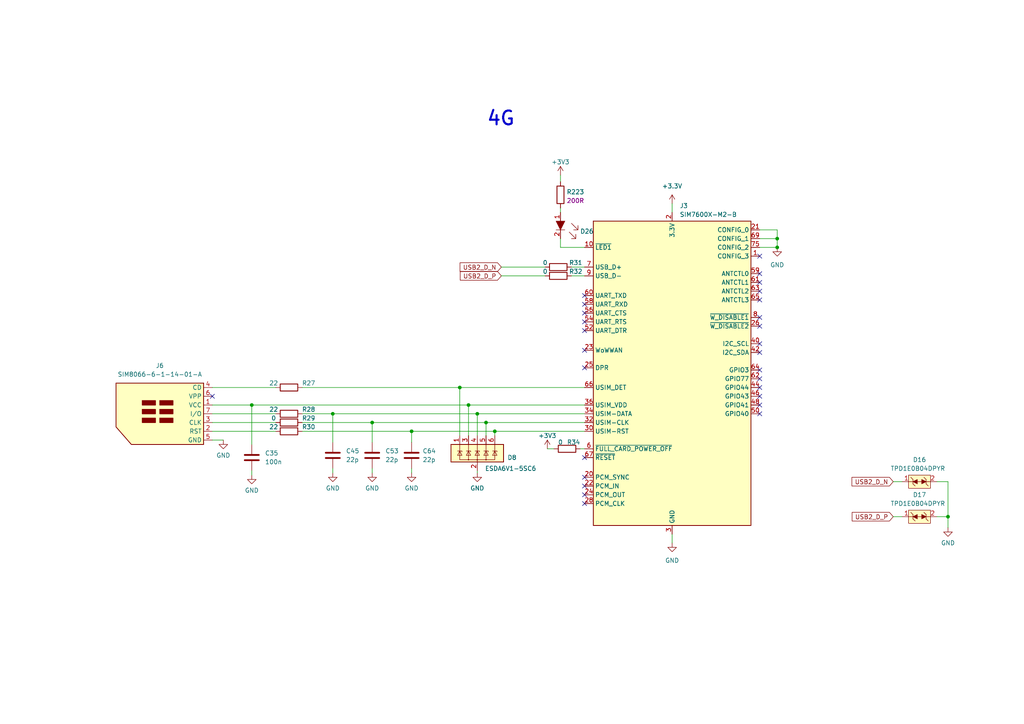
<source format=kicad_sch>
(kicad_sch (version 20230121) (generator eeschema)
  (paper "A4")
  (lib_symbols
    (symbol "Device:C" (pin_numbers hide) (pin_names (offset 0.254))
      (property "Reference" "C" (at 0.635 2.54 0))
      (property "Value" "C" (at 0.635 -2.54 0))
      (symbol "C_0_1"
        (polyline (pts (xy -2.032 -0.762) (xy 2.032 -0.762)) (stroke (width 0.508)))
        (polyline (pts (xy -2.032 0.762) (xy 2.032 0.762)) (stroke (width 0.508)))
      )
      (symbol "C_1_1"
        (pin passive line (at 0 3.81 270) (length 2.794) (name "~") (number "1"))
        (pin passive line (at 0 -3.81 90) (length 2.794) (name "~") (number "2"))
      )
    )
    (symbol "Device:R" (pin_numbers hide) (pin_names (offset 0))
      (property "Reference" "R" (at 2.032 0 90))
      (property "Value" "R" (at 0 0 90))
      (symbol "R_0_1"
        (rectangle (start -1.016 -2.54) (end 1.016 2.54) (stroke (width 0.254)))
      )
      (symbol "R_1_1"
        (pin passive line (at 0 3.81 270) (length 1.27) (name "~") (number "1"))
        (pin passive line (at 0 -3.81 90) (length 1.27) (name "~") (number "2"))
      )
    )
    (symbol "Power_Protection:ESDA6V1-5SC6" (pin_names hide)
      (property "Reference" "D" (at -5.08 -3.81 0))
      (property "Value" "ESDA6V1-5SC6" (at 2.54 -3.81 0))
      (symbol "ESDA6V1-5SC6_0_0"
        (pin passive line (at 0 -5.08 90) (length 2.54) (name "GND") (number "2"))
      )
      (symbol "ESDA6V1-5SC6_0_1"
        (rectangle (start -7.62 2.54) (end 7.62 -2.54) (stroke (width 0.254)) (fill (type background)))
        (circle (center -2.54 -1.905) (radius 0.127))
        (circle (center 0 -1.905) (radius 0.127))
        (polyline (pts (xy -2.54 2.54) (xy -2.54 -1.905)))
        (polyline (pts (xy 0 2.54) (xy 0 -2.54)))
        (polyline (pts (xy 2.54 2.54) (xy 2.54 -1.905)))
        (polyline (pts (xy -5.715 0.635) (xy -4.445 0.635) (xy -4.445 0.381)))
        (polyline (pts (xy -3.175 0.635) (xy -1.905 0.635) (xy -1.905 0.381)))
        (polyline (pts (xy -0.635 0.635) (xy 0.635 0.635) (xy 0.635 0.381)))
        (polyline (pts (xy 1.905 0.635) (xy 3.175 0.635) (xy 3.175 0.381)))
        (polyline (pts (xy 4.445 0.635) (xy 5.715 0.635) (xy 5.715 0.381)))
        (polyline (pts (xy -5.715 -0.635) (xy -4.445 -0.635) (xy -5.08 0.635) (xy -5.715 -0.635)))
        (polyline (pts (xy -5.08 2.54) (xy -5.08 -1.905) (xy 5.08 -1.905) (xy 5.08 2.54)))
        (polyline (pts (xy -3.175 -0.635) (xy -1.905 -0.635) (xy -2.54 0.635) (xy -3.175 -0.635)))
        (polyline (pts (xy -0.635 -0.635) (xy 0.635 -0.635) (xy 0 0.635) (xy -0.635 -0.635)))
        (polyline (pts (xy 1.905 -0.635) (xy 3.175 -0.635) (xy 2.54 0.635) (xy 1.905 -0.635)))
        (polyline (pts (xy 4.445 -0.635) (xy 5.715 -0.635) (xy 5.08 0.635) (xy 4.445 -0.635)))
        (circle (center 2.54 -1.905) (radius 0.127))
      )
      (symbol "ESDA6V1-5SC6_1_1"
        (pin passive line (at -5.08 5.08 270) (length 2.54) (name "IO1") (number "1"))
        (pin passive line (at -2.54 5.08 270) (length 2.54) (name "IO2") (number "3"))
        (pin passive line (at 0 5.08 270) (length 2.54) (name "IO3") (number "4"))
        (pin passive line (at 2.54 5.08 270) (length 2.54) (name "IO4") (number "5"))
        (pin passive line (at 5.08 5.08 270) (length 2.54) (name "IO5") (number "6"))
      )
    )
    (symbol "jetson-orin-baseboard:+3V3" (power) (pin_names (offset 0))
      (property "Value" "+3V3" (at 0 3.556 0))
      (symbol "+3V3_0_1"
        (polyline (pts (xy -0.762 1.27) (xy 0 2.54)))
        (polyline (pts (xy 0 0) (xy 0 2.54)))
        (polyline (pts (xy 0 2.54) (xy 0.762 1.27)))
      )
      (symbol "+3V3_1_1"
        (pin power_in line (at 0 0 90) (length 0) hide (name "+3V3") (number "1"))
      )
    )
    (symbol "jetson-orin-baseboard:LTST-C190GKT" (pin_names (offset 0))
      (property "Reference" "D" (at -6.35 3.81 0))
      (symbol "LTST-C190GKT_0_1"
        (polyline (pts (xy 0 1.27) (xy 0 -1.27)))
        (polyline (pts (xy -2.54 1.27) (xy -2.54 -1.27) (xy 0 0) (xy -2.54 1.27)) (fill (type outline)))
      )
      (symbol "LTST-C190GKT_1_1"
        (polyline (pts (xy -1.27 3.81) (xy -1.905 3.175)))
        (polyline (pts (xy -0.635 5.08) (xy -1.27 5.08)))
        (polyline (pts (xy 0 4.445) (xy 0 3.81)))
        (polyline (pts (xy 1.27 3.175) (xy 0.635 2.54)))
        (polyline (pts (xy 1.905 4.445) (xy 1.27 4.445)))
        (polyline (pts (xy 2.54 3.81) (xy 2.54 3.175)))
        (polyline (pts (xy 1.27 3.175) (xy 2.54 4.445) (xy 1.905 4.445) (xy 2.54 4.445) (xy 2.54 3.81)))
        (polyline (pts (xy 0 5.08) (xy 0 4.445) (xy 0 5.08) (xy -0.635 5.08) (xy 0 5.08) (xy -1.27 3.81)))
        (pin input line (at -5.08 0 0) (length 2.54) (name "~") (number "1"))
        (pin output line (at 2.54 0 180) (length 2.54) (name "~") (number "2"))
      )
    )
    (symbol "jetson-orin-baseboard:R_200R_0402" (pin_names (offset 0))
      (property "Reference" "R" (at -1.397 3.429 0))
      (property "Val" "200R" (at 0 -2.54 0))
      (symbol "R_200R_0402_1_1"
        (rectangle (start 2.54 -1.016) (end -2.54 1.016) (stroke (width 0.254)))
        (pin passive line (at -3.81 0 0) (length 1.27) (name "~") (number "1"))
        (pin passive line (at 3.81 0 180) (length 1.27) (name "~") (number "2"))
      )
    )
    (symbol "jetson-orin-baseboard:SIM7600X-M2-B"
      (property "Reference" "J" (at -22.86 46.99 0))
      (property "Value" "SIM7600X-M2-B" (at 16.51 46.99 0))
      (symbol "SIM7600X-M2-B_0_1"
        (rectangle (start -22.86 45.72) (end 22.86 -42.545) (stroke (width 0.254)) (fill (type background)))
      )
      (symbol "SIM7600X-M2-B_1_1"
        (pin input line (at 25.4 35.56 180) (length 2.54) (name "CONFIG_3") (number "1"))
        (pin bidirectional line (at -25.4 38.1 0) (length 2.54) (name "~{LED1}") (number "10"))
        (pin passive line (at 0 -45.085 90) (length 2.54) hide (name "GND") (number "11"))
        (pin power_in line (at 0 48.26 270) (length 2.54) (name "3.3V") (number "2"))
        (pin output line (at -25.4 -28.575 0) (length 2.54) (name "PCM_SYNC") (number "20"))
        (pin input line (at 25.4 43.18 180) (length 2.54) (name "CONFIG_0") (number "21"))
        (pin input line (at -25.4 -31.115 0) (length 2.54) (name "PCM_IN") (number "22"))
        (pin bidirectional line (at -25.4 8.255 0) (length 2.54) (name "WoWWAN") (number "23"))
        (pin output line (at -25.4 -33.655 0) (length 2.54) (name "PCM_OUT") (number "24"))
        (pin output line (at -25.4 3.175 0) (length 2.54) (name "DPR") (number "25"))
        (pin bidirectional line (at 25.4 15.24 180) (length 2.54) (name "~{W_DISABLE2}") (number "26"))
        (pin passive line (at 0 -45.085 90) (length 2.54) hide (name "GND") (number "27"))
        (pin output line (at -25.4 -36.195 0) (length 2.54) (name "PCM_CLK") (number "28"))
        (pin no_connect line (at 22.86 -41.275 180) (length 2.54) hide (name "NC") (number "29"))
        (pin power_in line (at 0 -45.085 90) (length 2.54) (name "GND") (number "3"))
        (pin input line (at -25.4 -15.24 0) (length 2.54) (name "USIM-RST") (number "30"))
        (pin no_connect line (at 22.86 -38.735 180) (length 2.54) hide (name "NC") (number "31"))
        (pin input line (at -25.4 -12.7 0) (length 2.54) (name "USIM-CLK") (number "32"))
        (pin passive line (at 0 -45.085 90) (length 2.54) hide (name "GND") (number "33"))
        (pin bidirectional line (at -25.4 -10.16 0) (length 2.54) (name "USIM-DATA") (number "34"))
        (pin no_connect line (at 22.86 -36.195 180) (length 2.54) hide (name "NC") (number "35"))
        (pin input line (at -25.4 -7.62 0) (length 2.54) (name "USIM_VDD") (number "36"))
        (pin no_connect line (at 22.86 -33.655 180) (length 2.54) hide (name "NC") (number "37"))
        (pin no_connect line (at 22.86 -13.335 180) (length 2.54) hide (name "NC") (number "38"))
        (pin passive line (at 0 -45.085 90) (length 2.54) hide (name "GND") (number "39"))
        (pin passive line (at 0 48.26 270) (length 2.54) hide (name "3.3V") (number "4"))
        (pin bidirectional line (at 25.4 10.16 180) (length 2.54) (name "I2C_SCL") (number "40"))
        (pin no_connect line (at 22.86 -31.115 180) (length 2.54) hide (name "NC") (number "41"))
        (pin bidirectional line (at 25.4 7.62 180) (length 2.54) (name "I2C_SDA") (number "42"))
        (pin no_connect line (at 22.86 -28.575 180) (length 2.54) hide (name "NC") (number "43"))
        (pin bidirectional line (at 25.4 -2.54 180) (length 2.54) (name "GPIO44") (number "44"))
        (pin passive line (at 0 -45.085 90) (length 2.54) hide (name "GND") (number "45"))
        (pin bidirectional line (at 25.4 -5.08 180) (length 2.54) (name "GPIO43") (number "46"))
        (pin no_connect line (at 22.86 -26.035 180) (length 2.54) hide (name "NC") (number "47"))
        (pin bidirectional line (at 25.4 -7.62 180) (length 2.54) (name "GPIO41") (number "48"))
        (pin no_connect line (at 22.86 -23.495 180) (length 2.54) hide (name "NC") (number "49"))
        (pin passive line (at 0 -45.085 90) (length 2.54) hide (name "GND") (number "5"))
        (pin bidirectional line (at 25.4 -10.16 180) (length 2.54) (name "GPIO40") (number "50"))
        (pin passive line (at 0 -45.085 90) (length 2.54) hide (name "GND") (number "51"))
        (pin input line (at -25.4 13.97 0) (length 2.54) (name "UART_DTR") (number "52"))
        (pin no_connect line (at 22.86 -18.415 180) (length 2.54) hide (name "NC") (number "53"))
        (pin input line (at -25.4 16.51 0) (length 2.54) (name "UART_RTS") (number "54"))
        (pin no_connect line (at 22.86 -15.875 180) (length 2.54) hide (name "NC") (number "55"))
        (pin output line (at -25.4 19.05 0) (length 2.54) (name "UART_CTS") (number "56"))
        (pin passive line (at 0 -45.085 90) (length 2.54) hide (name "GND") (number "57"))
        (pin input line (at -25.4 21.59 0) (length 2.54) (name "UART_RXD") (number "58"))
        (pin output line (at 25.4 30.48 180) (length 2.54) (name "ANTCTL0") (number "59"))
        (pin output line (at -25.4 -20.32 0) (length 2.54) (name "~{FULL_CARD_POWER_OFF}") (number "6"))
        (pin output line (at -25.4 24.13 0) (length 2.54) (name "UART_TXD") (number "60"))
        (pin output line (at 25.4 27.94 180) (length 2.54) (name "ANTCTL1") (number "61"))
        (pin bidirectional line (at 25.4 0 180) (length 2.54) (name "GPIO77") (number "62"))
        (pin output line (at 25.4 25.4 180) (length 2.54) (name "ANTCTL2") (number "63"))
        (pin bidirectional line (at 25.4 2.54 180) (length 2.54) (name "GPIO3") (number "64"))
        (pin output line (at 25.4 22.86 180) (length 2.54) (name "ANTCTL3") (number "65"))
        (pin input line (at -25.4 -2.54 0) (length 2.54) (name "USIM_DET") (number "66"))
        (pin input line (at -25.4 -22.86 0) (length 2.54) (name "~{RESET}") (number "67"))
        (pin no_connect line (at 22.86 -20.955 180) (length 2.54) hide (name "NC") (number "68"))
        (pin input line (at 25.4 40.64 180) (length 2.54) (name "CONFIG_1") (number "69"))
        (pin bidirectional line (at -25.4 32.385 0) (length 2.54) (name "USB_D+") (number "7"))
        (pin passive line (at 0 48.26 270) (length 2.54) hide (name "3.3V") (number "70"))
        (pin passive line (at 0 -45.085 90) (length 2.54) hide (name "GND") (number "71"))
        (pin passive line (at 0 48.26 270) (length 2.54) hide (name "3.3V") (number "72"))
        (pin passive line (at 0 -45.085 90) (length 2.54) hide (name "GND") (number "73"))
        (pin passive line (at 0 48.26 270) (length 2.54) hide (name "3.3V") (number "74"))
        (pin input line (at 25.4 38.1 180) (length 2.54) (name "CONFIG_2") (number "75"))
        (pin output line (at 25.4 17.78 180) (length 2.54) (name "~{W_DISABLE1}") (number "8"))
        (pin bidirectional line (at -25.4 29.845 0) (length 2.54) (name "USB_D-") (number "9"))
      )
    )
    (symbol "jetson-orin-baseboard:SIM_Card_With_Detect"
      (property "Reference" "J" (at -2.54 12.7 0))
      (property "Value" "SIM_Card" (at -1.27 10.16 0))
      (symbol "SIM_Card_With_Detect_0_1"
        (rectangle (start -1.27 -2.54) (end 2.54 -1.27) (stroke (width 0.254)) (fill (type outline)))
        (rectangle (start -1.27 0) (end 2.54 1.27) (stroke (width 0.254)) (fill (type outline)))
        (rectangle (start -1.27 2.54) (end 2.54 3.81) (stroke (width 0.254)) (fill (type outline)))
        (polyline (pts (xy -10.16 8.89) (xy 15.24 8.89) (xy 15.24 -3.81) (xy 10.795 -8.89) (xy -10.16 -8.89) (xy -10.16 8.89)) (stroke (width 0.254)) (fill (type background)))
        (rectangle (start 3.81 -1.27) (end 7.62 -2.54) (stroke (width 0.254)) (fill (type outline)))
        (rectangle (start 3.81 0) (end 7.62 1.27) (stroke (width 0.254)) (fill (type outline)))
        (rectangle (start 3.81 2.54) (end 7.62 3.81) (stroke (width 0.254)) (fill (type outline)))
      )
      (symbol "SIM_Card_With_Detect_1_1"
        (pin power_in line (at -12.7 2.54 0) (length 2.54) (name "VCC") (number "1"))
        (pin input line (at -12.7 -5.08 0) (length 2.54) (name "RST") (number "2"))
        (pin input line (at -12.7 -2.54 0) (length 2.54) (name "CLK") (number "3"))
        (pin bidirectional line (at -12.7 7.62 0) (length 2.54) (name "CD") (number "4"))
        (pin power_in line (at -12.7 -7.62 0) (length 2.54) (name "GND") (number "5"))
        (pin input line (at -12.7 5.08 0) (length 2.54) (name "VPP") (number "6"))
        (pin bidirectional line (at -12.7 0 0) (length 2.54) (name "I/O") (number "7"))
      )
    )
    (symbol "jetson-orin-baseboard:TPD1E0B04DPYR " (pin_names (offset 1.016))
      (property "Reference" "D" (at -5.0292 4.1148 0))
      (property "Value" "TPD1E0B04DPYR " (at 0.0508 -4.2164 0))
      (symbol "TPD1E0B04DPYR _0_1"
        (rectangle (start -3.175 1.905) (end 3.175 -1.905) (fill (type background)))
        (polyline (pts (xy -1.905 -0.635) (xy -1.27 -1.27)))
        (polyline (pts (xy -1.905 0.635) (xy -2.54 1.27)))
        (polyline (pts (xy -1.905 0.635) (xy -1.905 -0.635)))
        (polyline (pts (xy 1.905 -0.635) (xy 2.54 -1.27)))
        (polyline (pts (xy 1.905 0.635) (xy 1.27 1.27)))
        (polyline (pts (xy 1.905 0.635) (xy 1.905 -0.635)))
        (polyline (pts (xy 2.54 0) (xy -2.54 0)))
        (polyline (pts (xy -0.635 -0.635) (xy -0.635 0.635) (xy -1.905 0) (xy -0.635 -0.635)) (fill (type outline)))
        (polyline (pts (xy 0.635 0.635) (xy 0.635 -0.635) (xy 1.905 0) (xy 0.635 0.635)) (fill (type outline)))
      )
      (symbol "TPD1E0B04DPYR _1_1"
        (pin passive line (at -5.08 0 0) (length 2.54) (name "~") (number "1"))
        (pin passive line (at 5.08 0 180) (length 2.54) (name "~") (number "2"))
      )
    )
    (symbol "power:+3.3V" (power) (pin_names (offset 0))
      (property "Value" "+3.3V" (at 0 3.556 0))
      (symbol "+3.3V_0_1"
        (polyline (pts (xy -0.762 1.27) (xy 0 2.54)))
        (polyline (pts (xy 0 0) (xy 0 2.54)))
        (polyline (pts (xy 0 2.54) (xy 0.762 1.27)))
      )
      (symbol "+3.3V_1_1"
        (pin power_in line (at 0 0 90) (length 0) hide (name "+3.3V") (number "1"))
      )
    )
    (symbol "power:GND" (power) (pin_names (offset 0))
      (property "Value" "GND" (at 0 -3.81 0))
      (symbol "GND_0_1"
        (polyline (pts (xy 0 0) (xy 0 -1.27) (xy 1.27 -1.27) (xy 0 -2.54) (xy -1.27 -1.27) (xy 0 -1.27)))
      )
      (symbol "GND_1_1"
        (pin power_in line (at 0 0 270) (length 0) hide (name "GND") (number "1"))
      )
    )
  )
  (junction (at 225.425 71.755))
  (junction (at 225.425 69.215))
  (junction (at 133.35 112.395))
  (junction (at 140.97 122.555))
  (junction (at 138.43 120.015))
  (junction (at 73.025 117.475))
  (junction (at 143.51 125.095))
  (junction (at 274.955 149.86))
  (junction (at 119.38 125.095))
  (junction (at 96.52 120.015))
  (junction (at 135.89 117.475))
  (junction (at 107.95 122.555))
  (no_connect (at 220.345 109.855))
  (no_connect (at 220.345 117.475))
  (no_connect (at 169.545 88.265))
  (no_connect (at 169.545 90.805))
  (no_connect (at 220.345 74.295))
  (no_connect (at 169.545 146.05))
  (no_connect (at 169.545 101.6))
  (no_connect (at 169.545 138.43))
  (no_connect (at 220.345 92.075))
  (no_connect (at 169.545 143.51))
  (no_connect (at 220.345 84.455))
  (no_connect (at 169.545 93.345))
  (no_connect (at 169.545 85.725))
  (no_connect (at 220.345 79.375))
  (no_connect (at 220.345 107.315))
  (no_connect (at 220.345 86.995))
  (no_connect (at 61.595 114.935))
  (no_connect (at 220.345 102.235))
  (no_connect (at 220.345 114.935))
  (no_connect (at 220.345 112.395))
  (no_connect (at 169.545 132.715))
  (no_connect (at 220.345 94.615))
  (no_connect (at 169.545 95.885))
  (no_connect (at 220.345 99.695))
  (no_connect (at 169.545 106.68))
  (no_connect (at 169.545 140.97))
  (no_connect (at 220.345 81.915))
  (no_connect (at 220.345 120.015))
  (wire (pts (xy 87.63 112.395) (xy 133.35 112.395)))
  (wire (pts (xy 259.08 139.7) (xy 261.62 139.7)))
  (wire (pts (xy 96.52 135.89) (xy 96.52 137.16)))
  (wire (pts (xy 220.345 66.675) (xy 225.425 66.675)))
  (wire (pts (xy 73.025 117.475) (xy 73.025 128.905)))
  (wire (pts (xy 135.89 117.475) (xy 169.545 117.475)))
  (wire (pts (xy 271.78 139.7) (xy 274.955 139.7)))
  (wire (pts (xy 143.51 125.095) (xy 143.51 126.365)))
  (wire (pts (xy 145.415 80.01) (xy 158.115 80.01)))
  (wire (pts (xy 194.945 154.94) (xy 194.945 157.48)))
  (wire (pts (xy 119.38 125.095) (xy 143.51 125.095)))
  (wire (pts (xy 61.595 117.475) (xy 73.025 117.475)))
  (wire (pts (xy 61.595 112.395) (xy 80.01 112.395)))
  (wire (pts (xy 140.97 122.555) (xy 140.97 126.365)))
  (wire (pts (xy 61.595 127.635) (xy 64.77 127.635)))
  (wire (pts (xy 145.415 77.47) (xy 158.115 77.47)))
  (wire (pts (xy 61.595 120.015) (xy 80.01 120.015)))
  (wire (pts (xy 73.025 136.525) (xy 73.025 137.795)))
  (wire (pts (xy 107.95 122.555) (xy 107.95 128.27)))
  (wire (pts (xy 162.56 50.8) (xy 162.56 52.705)))
  (wire (pts (xy 138.43 120.015) (xy 138.43 126.365)))
  (wire (pts (xy 162.56 60.325) (xy 162.56 61.595)))
  (wire (pts (xy 133.35 112.395) (xy 169.545 112.395)))
  (wire (pts (xy 73.025 117.475) (xy 135.89 117.475)))
  (wire (pts (xy 87.63 125.095) (xy 119.38 125.095)))
  (wire (pts (xy 165.735 77.47) (xy 169.545 77.47)))
  (wire (pts (xy 61.595 125.095) (xy 80.01 125.095)))
  (wire (pts (xy 274.955 139.7) (xy 274.955 149.86)))
  (wire (pts (xy 143.51 125.095) (xy 169.545 125.095)))
  (wire (pts (xy 165.735 80.01) (xy 169.545 80.01)))
  (wire (pts (xy 140.97 122.555) (xy 169.545 122.555)))
  (wire (pts (xy 162.56 69.215) (xy 162.56 71.755)))
  (wire (pts (xy 133.35 112.395) (xy 133.35 126.365)))
  (wire (pts (xy 158.75 130.175) (xy 160.655 130.175)))
  (wire (pts (xy 107.95 135.89) (xy 107.95 137.16)))
  (wire (pts (xy 220.345 71.755) (xy 225.425 71.755)))
  (wire (pts (xy 61.595 122.555) (xy 80.01 122.555)))
  (wire (pts (xy 162.56 71.755) (xy 169.545 71.755)))
  (wire (pts (xy 220.345 69.215) (xy 225.425 69.215)))
  (wire (pts (xy 168.275 130.175) (xy 169.545 130.175)))
  (wire (pts (xy 96.52 120.015) (xy 96.52 128.27)))
  (wire (pts (xy 87.63 122.555) (xy 107.95 122.555)))
  (wire (pts (xy 138.43 136.525) (xy 138.43 137.16)))
  (wire (pts (xy 274.955 153.035) (xy 274.955 149.86)))
  (wire (pts (xy 119.38 135.89) (xy 119.38 137.16)))
  (wire (pts (xy 107.95 122.555) (xy 140.97 122.555)))
  (wire (pts (xy 259.08 149.86) (xy 261.62 149.86)))
  (wire (pts (xy 96.52 120.015) (xy 138.43 120.015)))
  (wire (pts (xy 225.425 69.215) (xy 225.425 71.755)))
  (wire (pts (xy 138.43 120.015) (xy 169.545 120.015)))
  (wire (pts (xy 225.425 66.675) (xy 225.425 69.215)))
  (wire (pts (xy 119.38 125.095) (xy 119.38 128.27)))
  (wire (pts (xy 274.955 149.86) (xy 271.78 149.86)))
  (wire (pts (xy 135.89 117.475) (xy 135.89 126.365)))
  (wire (pts (xy 87.63 120.015) (xy 96.52 120.015)))
  (wire (pts (xy 194.945 59.055) (xy 194.945 61.595)))
  (text "4G" (at 140.97 36.83 0) (effects (font (size 4 4) (thickness 0.5994) bold) (justify left bottom)))
  (global_label "USB2_D_N" (shape input) (at 145.415 77.47 180) (property "Intersheetrefs" "${INTERSHEET_REFS}" (at 129.54 77.47 0) (effects (font (size 1.1 1.1)) (justify right))))
  (global_label "USB2_D_P" (shape input) (at 259.08 149.86 180) (property "Intersheetrefs" "${INTERSHEET_REFS}" (at 243.205 149.86 0) (effects (font (size 1.1 1.1)) (justify right))))
  (global_label "USB2_D_N" (shape input) (at 259.08 139.7 180) (property "Intersheetrefs" "${INTERSHEET_REFS}" (at 243.205 139.7 0) (effects (font (size 1.1 1.1)) (justify right))))
  (global_label "USB2_D_P" (shape input) (at 145.415 80.01 180) (property "Intersheetrefs" "${INTERSHEET_REFS}" (at 129.54 80.01 0) (effects (font (size 1.1 1.1)) (justify right))))
  (symbol (lib_id "power:GND") (at 73.025 137.795 0) (unit 1)
    (property "Reference" "#PWR055" (effects hide))
    (property "Value" "GND" (at 73.025 142.24 0))
  )
  (symbol (lib_id "power:GND") (at 96.52 137.16 0) (unit 1)
    (property "Reference" "#PWR059" (effects hide))
    (property "Value" "GND" (at 96.52 141.605 0))
  )
  (symbol (lib_id "jetson-orin-baseboard:+3V3") (at 158.75 130.175 0) (unit 1)
    (property "Reference" "#PWR0230" (effects hide))
    (property "Value" "+3V3" (at 158.75 126.365 0))
    (instances (project "jetson-orin-baseboard" (path "" (reference "#PWR0230") (unit 1)) (path "" (reference "#PWR073") (unit 1))))
  )
  (symbol (lib_id "jetson-orin-baseboard:SIM7600X-M2-B") (at 194.945 109.855 0) (unit 1)
    (property "Reference" "J3" (at 197.1391 59.69 0) (effects (justify left)))
    (property "Value" "SIM7600X-M2-B" (at 197.1391 62.23 0) (effects (justify left)))
    (property "Datasheet" "http://read.pudn.com/downloads794/doc/project/3133918/PCIe_M.2_Electromechanical_Spec_Rev1.0_Final_11012013_RS_Clean.pdf#page=154" (effects hide))
  )
  (symbol (lib_id "power:GND") (at 107.95 137.16 0) (unit 1)
    (property "Reference" "#PWR064" (effects hide))
    (property "Value" "GND" (at 107.95 141.605 0))
  )
  (symbol (lib_id "Device:C") (at 96.52 132.08 0) (unit 1)
    (property "Reference" "C45" (at 100.33 130.81 0) (effects (justify left)))
    (property "Value" "22p" (at 100.33 133.35 0) (effects (justify left)))
  )
  (symbol (lib_id "power:GND") (at 119.38 137.16 0) (unit 1)
    (property "Reference" "#PWR067" (effects hide))
    (property "Value" "GND" (at 119.38 141.605 0))
  )
  (symbol (lib_id "power:+3.3V") (at 194.945 59.055 0) (unit 1)
    (property "Reference" "#PWR031" (effects hide))
    (property "Value" "+3.3V" (at 194.945 53.975 0))
  )
  (symbol (lib_id "power:GND") (at 225.425 71.755 0) (unit 1)
    (property "Reference" "#PWR030" (effects hide))
    (property "Value" "GND" (at 225.425 76.835 0))
  )
  (symbol (lib_id "Device:R") (at 83.82 120.015 90) (unit 1)
    (property "Reference" "R28" (at 89.535 118.745 90))
    (property "Value" "22" (at 79.375 118.745 90))
  )
  (symbol (lib_id "Device:R") (at 164.465 130.175 90) (unit 1)
    (property "Reference" "R34" (at 166.37 128.27 90))
    (property "Value" "0" (at 162.56 128.27 90))
  )
  (symbol (lib_id "power:GND") (at 138.43 137.16 0) (unit 1)
    (property "Reference" "#PWR068" (effects hide))
    (property "Value" "GND" (at 138.43 141.605 0))
  )
  (symbol (lib_id "power:GND") (at 194.945 157.48 0) (unit 1)
    (property "Reference" "#PWR029" (effects hide))
    (property "Value" "GND" (at 194.945 162.56 0))
  )
  (symbol (lib_id "jetson-orin-baseboard:LTST-C190GKT") (at 162.56 66.675 270) (unit 1)
    (property "Reference" "D26" (at 168.275 67.1088 90) (effects (justify left)))
    (property "Value" "LTST-C190GKT" (effects hide))
    (property "Footprint" "jetson-orin-baseboard-footprints:LED_0603" (effects hide))
    (property "Datasheet" "https://media.digikey.com/pdf/Data%20Sheets/Lite-On%20PDFs/LTST-C190GKT.pdf" (effects hide))
    (property "MPN" "LTST-C190GKT" (effects hide))
    (property "Manufacturer" "Lite-On Inc." (effects hide))
    (instances (project "jetson-orin-baseboard" (path "" (reference "D26") (unit 1)) (path "" (reference "D6") (unit 1))))
  )
  (symbol (lib_id "Device:C") (at 107.95 132.08 0) (unit 1)
    (property "Reference" "C53" (at 111.76 130.81 0) (effects (justify left)))
    (property "Value" "22p" (at 111.76 133.35 0) (effects (justify left)))
  )
  (symbol (lib_id "Device:R") (at 83.82 122.555 90) (unit 1)
    (property "Reference" "R29" (at 89.535 121.285 90))
    (property "Value" "0" (at 79.375 121.285 90))
  )
  (symbol (lib_id "power:GND") (at 274.955 153.035 0) (unit 1)
    (property "Reference" "#PWR025" (effects hide))
    (property "Value" "GND" (at 274.955 157.48 0))
    (instances (project "jetson-orin-baseboard" (path "" (reference "#PWR025") (unit 1)) (path "" (reference "#PWR072") (unit 1))))
  )
  (symbol (lib_id "jetson-orin-baseboard:+3V3") (at 162.56 50.8 0) (unit 1)
    (property "Reference" "#PWR0230" (effects hide))
    (property "Value" "+3V3" (at 162.56 46.99 0))
    (instances (project "jetson-orin-baseboard" (path "" (reference "#PWR0230") (unit 1)) (path "" (reference "#PWR032") (unit 1))))
  )
  (symbol (lib_id "Device:R") (at 83.82 112.395 90) (unit 1)
    (property "Reference" "R27" (at 89.535 111.125 90))
    (property "Value" "22" (at 79.375 111.125 90))
  )
  (symbol (lib_id "jetson-orin-baseboard:TPD1E0B04DPYR ") (at 266.7 139.7 0) (unit 1)
    (property "Reference" "D16" (at 266.7 133.35 0))
    (property "Value" "TPD1E0B04DPYR " (at 266.7 135.89 0))
    (property "Footprint" "jetson-orin-baseboard-footprints:XDFN-2_1x0.60mm" (effects hide))
    (property "Datasheet" "https://www.ti.com/general/docs/suppproductinfo.tsp?distId=26&gotoUrl=https://www.ti.com/lit/gpn/tpd1e0b04" (effects hide))
    (property "Manufacturer" "Texas Instruments" (effects hide))
    (property "MPN" "TPD1E0B04DPYR " (effects hide))
    (instances (project "jetson-orin-baseboard" (path "" (reference "D16") (unit 1)) (path "" (reference "D12") (unit 1))))
  )
  (symbol (lib_id "Device:C") (at 119.38 132.08 0) (unit 1)
    (property "Reference" "C64" (at 122.555 130.81 0) (effects (justify left)))
    (property "Value" "22p" (at 122.555 133.35 0) (effects (justify left)))
  )
  (symbol (lib_id "jetson-orin-baseboard:R_200R_0402") (at 162.56 56.515 90) (unit 1)
    (property "Reference" "R223" (at 164.338 55.6803 90) (effects (justify right)))
    (property "Value" "R_200R_0402" (effects hide))
    (property "Footprint" "jetson-orin-baseboard-footprints:0402-res" (effects hide))
    (property "Manufacturer" "YAGEO" (effects hide))
    (property "MPN" "RC0402FR-07200RL" (effects hide))
    (property "Val" "200R" (at 164.338 58.2172 90) (effects (justify right)))
    (instances (project "jetson-orin-baseboard" (path "" (reference "R223") (unit 1)) (path "" (reference "R22") (unit 1))))
  )
  (symbol (lib_id "Device:C") (at 73.025 132.715 0) (unit 1)
    (property "Reference" "C35" (at 76.835 131.445 0) (effects (justify left)))
    (property "Value" "100n" (at 76.835 133.985 0) (effects (justify left)))
  )
  (symbol (lib_id "Device:R") (at 161.925 77.47 90) (unit 1)
    (property "Reference" "R31" (at 167.005 76.2 90))
    (property "Value" "0" (at 158.115 76.2 90))
  )
  (symbol (lib_id "power:GND") (at 64.77 127.635 0) (unit 1)
    (property "Reference" "#PWR033" (effects hide))
    (property "Value" "GND" (at 64.77 132.08 0))
  )
  (symbol (lib_id "Device:R") (at 161.925 80.01 90) (unit 1)
    (property "Reference" "R32" (at 167.005 78.74 90))
    (property "Value" "0" (at 158.115 78.74 90))
  )
  (symbol (lib_id "jetson-orin-baseboard:TPD1E0B04DPYR ") (at 266.7 149.86 0) (unit 1)
    (property "Reference" "D17" (at 266.7 143.51 0))
    (property "Value" "TPD1E0B04DPYR " (at 266.7 146.05 0))
    (property "Footprint" "jetson-orin-baseboard-footprints:XDFN-2_1x0.60mm" (effects hide))
    (property "Datasheet" "https://www.ti.com/general/docs/suppproductinfo.tsp?distId=26&gotoUrl=https://www.ti.com/lit/gpn/tpd1e0b04" (effects hide))
    (property "Manufacturer" "Texas Instruments" (effects hide))
    (property "MPN" "TPD1E0B04DPYR " (effects hide))
    (instances (project "jetson-orin-baseboard" (path "" (reference "D17") (unit 1)) (path "" (reference "D13") (unit 1))))
  )
  (symbol (lib_id "Device:R") (at 83.82 125.095 90) (unit 1)
    (property "Reference" "R30" (at 89.535 123.825 90))
    (property "Value" "22" (at 79.375 123.825 90))
  )
  (symbol (lib_id "jetson-orin-baseboard:SIM_Card_With_Detect") (at 48.895 120.015 0) (mirror y) (unit 1)
    (property "Reference" "J6" (at 46.355 106.045 0))
    (property "Value" "SIM8066-6-1-14-01-A" (at 46.355 108.585 0))
    (property "Datasheet" " ~" (effects hide))
  )
  (symbol (lib_id "Power_Protection:ESDA6V1-5SC6") (at 138.43 131.445 0) (unit 1)
    (property "Reference" "D8" (at 149.86 132.715 0) (effects (justify right)))
    (property "Value" "ESDA6V1-5SC6" (at 155.575 135.89 0) (effects (justify right)))
    (property "Footprint" "Package_TO_SOT_SMD:SOT-23-6" (effects hide))
    (property "Datasheet" "www.st.com/resource/en/datasheet/esda6v1-5sc6.pdf" (effects hide))
  )
)
</source>
